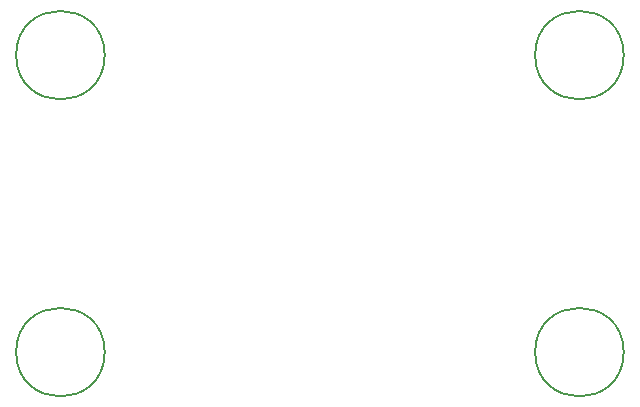
<source format=gbr>
%TF.GenerationSoftware,KiCad,Pcbnew,8.0.4*%
%TF.CreationDate,2024-11-29T22:22:18-05:00*%
%TF.ProjectId,SRSFC,53525346-432e-46b6-9963-61645f706362,V1.0*%
%TF.SameCoordinates,Original*%
%TF.FileFunction,Other,Comment*%
%FSLAX46Y46*%
G04 Gerber Fmt 4.6, Leading zero omitted, Abs format (unit mm)*
G04 Created by KiCad (PCBNEW 8.0.4) date 2024-11-29 22:22:18*
%MOMM*%
%LPD*%
G01*
G04 APERTURE LIST*
%ADD10C,0.150000*%
G04 APERTURE END LIST*
D10*
%TO.C,H4*%
X170628000Y-110998000D02*
G75*
G02*
X163128000Y-110998000I-3750000J0D01*
G01*
X163128000Y-110998000D02*
G75*
G02*
X170628000Y-110998000I3750000J0D01*
G01*
%TO.C,H3*%
X126686000Y-110998000D02*
G75*
G02*
X119186000Y-110998000I-3750000J0D01*
G01*
X119186000Y-110998000D02*
G75*
G02*
X126686000Y-110998000I3750000J0D01*
G01*
%TO.C,H2*%
X170628000Y-85852000D02*
G75*
G02*
X163128000Y-85852000I-3750000J0D01*
G01*
X163128000Y-85852000D02*
G75*
G02*
X170628000Y-85852000I3750000J0D01*
G01*
%TO.C,H1*%
X126686000Y-85852000D02*
G75*
G02*
X119186000Y-85852000I-3750000J0D01*
G01*
X119186000Y-85852000D02*
G75*
G02*
X126686000Y-85852000I3750000J0D01*
G01*
%TD*%
M02*

</source>
